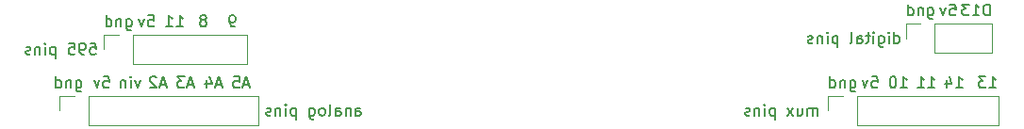
<source format=gbr>
G04 #@! TF.FileFunction,Legend,Bot*
%FSLAX46Y46*%
G04 Gerber Fmt 4.6, Leading zero omitted, Abs format (unit mm)*
G04 Created by KiCad (PCBNEW 4.0.6) date Monday, July 02, 2018 'PMt' 05:04:15 PM*
%MOMM*%
%LPD*%
G01*
G04 APERTURE LIST*
%ADD10C,0.100000*%
%ADD11C,0.200000*%
%ADD12C,0.120000*%
G04 APERTURE END LIST*
D10*
D11*
X137642857Y-203452381D02*
X137642857Y-202452381D01*
X137642857Y-203404762D02*
X137738095Y-203452381D01*
X137928572Y-203452381D01*
X138023810Y-203404762D01*
X138071429Y-203357143D01*
X138119048Y-203261905D01*
X138119048Y-202976190D01*
X138071429Y-202880952D01*
X138023810Y-202833333D01*
X137928572Y-202785714D01*
X137738095Y-202785714D01*
X137642857Y-202833333D01*
X137166667Y-203452381D02*
X137166667Y-202785714D01*
X137166667Y-202452381D02*
X137214286Y-202500000D01*
X137166667Y-202547619D01*
X137119048Y-202500000D01*
X137166667Y-202452381D01*
X137166667Y-202547619D01*
X136261905Y-202785714D02*
X136261905Y-203595238D01*
X136309524Y-203690476D01*
X136357143Y-203738095D01*
X136452382Y-203785714D01*
X136595239Y-203785714D01*
X136690477Y-203738095D01*
X136261905Y-203404762D02*
X136357143Y-203452381D01*
X136547620Y-203452381D01*
X136642858Y-203404762D01*
X136690477Y-203357143D01*
X136738096Y-203261905D01*
X136738096Y-202976190D01*
X136690477Y-202880952D01*
X136642858Y-202833333D01*
X136547620Y-202785714D01*
X136357143Y-202785714D01*
X136261905Y-202833333D01*
X135785715Y-203452381D02*
X135785715Y-202785714D01*
X135785715Y-202452381D02*
X135833334Y-202500000D01*
X135785715Y-202547619D01*
X135738096Y-202500000D01*
X135785715Y-202452381D01*
X135785715Y-202547619D01*
X135452382Y-202785714D02*
X135071430Y-202785714D01*
X135309525Y-202452381D02*
X135309525Y-203309524D01*
X135261906Y-203404762D01*
X135166668Y-203452381D01*
X135071430Y-203452381D01*
X134309524Y-203452381D02*
X134309524Y-202928571D01*
X134357143Y-202833333D01*
X134452381Y-202785714D01*
X134642858Y-202785714D01*
X134738096Y-202833333D01*
X134309524Y-203404762D02*
X134404762Y-203452381D01*
X134642858Y-203452381D01*
X134738096Y-203404762D01*
X134785715Y-203309524D01*
X134785715Y-203214286D01*
X134738096Y-203119048D01*
X134642858Y-203071429D01*
X134404762Y-203071429D01*
X134309524Y-203023810D01*
X133690477Y-203452381D02*
X133785715Y-203404762D01*
X133833334Y-203309524D01*
X133833334Y-202452381D01*
X132547619Y-202785714D02*
X132547619Y-203785714D01*
X132547619Y-202833333D02*
X132452381Y-202785714D01*
X132261904Y-202785714D01*
X132166666Y-202833333D01*
X132119047Y-202880952D01*
X132071428Y-202976190D01*
X132071428Y-203261905D01*
X132119047Y-203357143D01*
X132166666Y-203404762D01*
X132261904Y-203452381D01*
X132452381Y-203452381D01*
X132547619Y-203404762D01*
X131642857Y-203452381D02*
X131642857Y-202785714D01*
X131642857Y-202452381D02*
X131690476Y-202500000D01*
X131642857Y-202547619D01*
X131595238Y-202500000D01*
X131642857Y-202452381D01*
X131642857Y-202547619D01*
X131166667Y-202785714D02*
X131166667Y-203452381D01*
X131166667Y-202880952D02*
X131119048Y-202833333D01*
X131023810Y-202785714D01*
X130880952Y-202785714D01*
X130785714Y-202833333D01*
X130738095Y-202928571D01*
X130738095Y-203452381D01*
X130309524Y-203404762D02*
X130214286Y-203452381D01*
X130023810Y-203452381D01*
X129928571Y-203404762D01*
X129880952Y-203309524D01*
X129880952Y-203261905D01*
X129928571Y-203166667D01*
X130023810Y-203119048D01*
X130166667Y-203119048D01*
X130261905Y-203071429D01*
X130309524Y-202976190D01*
X130309524Y-202928571D01*
X130261905Y-202833333D01*
X130166667Y-202785714D01*
X130023810Y-202785714D01*
X129928571Y-202833333D01*
X146214286Y-200952381D02*
X146214286Y-199952381D01*
X145976191Y-199952381D01*
X145833333Y-200000000D01*
X145738095Y-200095238D01*
X145690476Y-200190476D01*
X145642857Y-200380952D01*
X145642857Y-200523810D01*
X145690476Y-200714286D01*
X145738095Y-200809524D01*
X145833333Y-200904762D01*
X145976191Y-200952381D01*
X146214286Y-200952381D01*
X144690476Y-200952381D02*
X145261905Y-200952381D01*
X144976191Y-200952381D02*
X144976191Y-199952381D01*
X145071429Y-200095238D01*
X145166667Y-200190476D01*
X145261905Y-200238095D01*
X144357143Y-199952381D02*
X143738095Y-199952381D01*
X144071429Y-200333333D01*
X143928571Y-200333333D01*
X143833333Y-200380952D01*
X143785714Y-200428571D01*
X143738095Y-200523810D01*
X143738095Y-200761905D01*
X143785714Y-200857143D01*
X143833333Y-200904762D01*
X143928571Y-200952381D01*
X144214286Y-200952381D01*
X144309524Y-200904762D01*
X144357143Y-200857143D01*
X142642857Y-199952381D02*
X143119048Y-199952381D01*
X143166667Y-200428571D01*
X143119048Y-200380952D01*
X143023810Y-200333333D01*
X142785714Y-200333333D01*
X142690476Y-200380952D01*
X142642857Y-200428571D01*
X142595238Y-200523810D01*
X142595238Y-200761905D01*
X142642857Y-200857143D01*
X142690476Y-200904762D01*
X142785714Y-200952381D01*
X143023810Y-200952381D01*
X143119048Y-200904762D01*
X143166667Y-200857143D01*
X142261905Y-200285714D02*
X142023810Y-200952381D01*
X141785714Y-200285714D01*
X140690476Y-200285714D02*
X140690476Y-201095238D01*
X140738095Y-201190476D01*
X140785714Y-201238095D01*
X140880953Y-201285714D01*
X141023810Y-201285714D01*
X141119048Y-201238095D01*
X140690476Y-200904762D02*
X140785714Y-200952381D01*
X140976191Y-200952381D01*
X141071429Y-200904762D01*
X141119048Y-200857143D01*
X141166667Y-200761905D01*
X141166667Y-200476190D01*
X141119048Y-200380952D01*
X141071429Y-200333333D01*
X140976191Y-200285714D01*
X140785714Y-200285714D01*
X140690476Y-200333333D01*
X140214286Y-200285714D02*
X140214286Y-200952381D01*
X140214286Y-200380952D02*
X140166667Y-200333333D01*
X140071429Y-200285714D01*
X139928571Y-200285714D01*
X139833333Y-200333333D01*
X139785714Y-200428571D01*
X139785714Y-200952381D01*
X138880952Y-200952381D02*
X138880952Y-199952381D01*
X138880952Y-200904762D02*
X138976190Y-200952381D01*
X139166667Y-200952381D01*
X139261905Y-200904762D01*
X139309524Y-200857143D01*
X139357143Y-200761905D01*
X139357143Y-200476190D01*
X139309524Y-200380952D01*
X139261905Y-200333333D01*
X139166667Y-200285714D01*
X138976190Y-200285714D01*
X138880952Y-200333333D01*
X130714286Y-209952381D02*
X130714286Y-209285714D01*
X130714286Y-209380952D02*
X130666667Y-209333333D01*
X130571429Y-209285714D01*
X130428571Y-209285714D01*
X130333333Y-209333333D01*
X130285714Y-209428571D01*
X130285714Y-209952381D01*
X130285714Y-209428571D02*
X130238095Y-209333333D01*
X130142857Y-209285714D01*
X130000000Y-209285714D01*
X129904762Y-209333333D01*
X129857143Y-209428571D01*
X129857143Y-209952381D01*
X128952381Y-209285714D02*
X128952381Y-209952381D01*
X129380953Y-209285714D02*
X129380953Y-209809524D01*
X129333334Y-209904762D01*
X129238096Y-209952381D01*
X129095238Y-209952381D01*
X129000000Y-209904762D01*
X128952381Y-209857143D01*
X128571429Y-209952381D02*
X128047619Y-209285714D01*
X128571429Y-209285714D02*
X128047619Y-209952381D01*
X126904762Y-209285714D02*
X126904762Y-210285714D01*
X126904762Y-209333333D02*
X126809524Y-209285714D01*
X126619047Y-209285714D01*
X126523809Y-209333333D01*
X126476190Y-209380952D01*
X126428571Y-209476190D01*
X126428571Y-209761905D01*
X126476190Y-209857143D01*
X126523809Y-209904762D01*
X126619047Y-209952381D01*
X126809524Y-209952381D01*
X126904762Y-209904762D01*
X126000000Y-209952381D02*
X126000000Y-209285714D01*
X126000000Y-208952381D02*
X126047619Y-209000000D01*
X126000000Y-209047619D01*
X125952381Y-209000000D01*
X126000000Y-208952381D01*
X126000000Y-209047619D01*
X125523810Y-209285714D02*
X125523810Y-209952381D01*
X125523810Y-209380952D02*
X125476191Y-209333333D01*
X125380953Y-209285714D01*
X125238095Y-209285714D01*
X125142857Y-209333333D01*
X125095238Y-209428571D01*
X125095238Y-209952381D01*
X124666667Y-209904762D02*
X124571429Y-209952381D01*
X124380953Y-209952381D01*
X124285714Y-209904762D01*
X124238095Y-209809524D01*
X124238095Y-209761905D01*
X124285714Y-209666667D01*
X124380953Y-209619048D01*
X124523810Y-209619048D01*
X124619048Y-209571429D01*
X124666667Y-209476190D01*
X124666667Y-209428571D01*
X124619048Y-209333333D01*
X124523810Y-209285714D01*
X124380953Y-209285714D01*
X124285714Y-209333333D01*
X146190476Y-207452381D02*
X146761905Y-207452381D01*
X146476191Y-207452381D02*
X146476191Y-206452381D01*
X146571429Y-206595238D01*
X146666667Y-206690476D01*
X146761905Y-206738095D01*
X145857143Y-206452381D02*
X145238095Y-206452381D01*
X145571429Y-206833333D01*
X145428571Y-206833333D01*
X145333333Y-206880952D01*
X145285714Y-206928571D01*
X145238095Y-207023810D01*
X145238095Y-207261905D01*
X145285714Y-207357143D01*
X145333333Y-207404762D01*
X145428571Y-207452381D01*
X145714286Y-207452381D01*
X145809524Y-207404762D01*
X145857143Y-207357143D01*
X143190476Y-207452381D02*
X143761905Y-207452381D01*
X143476191Y-207452381D02*
X143476191Y-206452381D01*
X143571429Y-206595238D01*
X143666667Y-206690476D01*
X143761905Y-206738095D01*
X142333333Y-206785714D02*
X142333333Y-207452381D01*
X142571429Y-206404762D02*
X142809524Y-207119048D01*
X142190476Y-207119048D01*
X140690476Y-207452381D02*
X141261905Y-207452381D01*
X140976191Y-207452381D02*
X140976191Y-206452381D01*
X141071429Y-206595238D01*
X141166667Y-206690476D01*
X141261905Y-206738095D01*
X139738095Y-207452381D02*
X140309524Y-207452381D01*
X140023810Y-207452381D02*
X140023810Y-206452381D01*
X140119048Y-206595238D01*
X140214286Y-206690476D01*
X140309524Y-206738095D01*
X138190476Y-207452381D02*
X138761905Y-207452381D01*
X138476191Y-207452381D02*
X138476191Y-206452381D01*
X138571429Y-206595238D01*
X138666667Y-206690476D01*
X138761905Y-206738095D01*
X137571429Y-206452381D02*
X137476190Y-206452381D01*
X137380952Y-206500000D01*
X137333333Y-206547619D01*
X137285714Y-206642857D01*
X137238095Y-206833333D01*
X137238095Y-207071429D01*
X137285714Y-207261905D01*
X137333333Y-207357143D01*
X137380952Y-207404762D01*
X137476190Y-207452381D01*
X137571429Y-207452381D01*
X137666667Y-207404762D01*
X137714286Y-207357143D01*
X137761905Y-207261905D01*
X137809524Y-207071429D01*
X137809524Y-206833333D01*
X137761905Y-206642857D01*
X137714286Y-206547619D01*
X137666667Y-206500000D01*
X137571429Y-206452381D01*
X135642857Y-206452381D02*
X136119048Y-206452381D01*
X136166667Y-206928571D01*
X136119048Y-206880952D01*
X136023810Y-206833333D01*
X135785714Y-206833333D01*
X135690476Y-206880952D01*
X135642857Y-206928571D01*
X135595238Y-207023810D01*
X135595238Y-207261905D01*
X135642857Y-207357143D01*
X135690476Y-207404762D01*
X135785714Y-207452381D01*
X136023810Y-207452381D01*
X136119048Y-207404762D01*
X136166667Y-207357143D01*
X135261905Y-206785714D02*
X135023810Y-207452381D01*
X134785714Y-206785714D01*
X133690476Y-206785714D02*
X133690476Y-207595238D01*
X133738095Y-207690476D01*
X133785714Y-207738095D01*
X133880953Y-207785714D01*
X134023810Y-207785714D01*
X134119048Y-207738095D01*
X133690476Y-207404762D02*
X133785714Y-207452381D01*
X133976191Y-207452381D01*
X134071429Y-207404762D01*
X134119048Y-207357143D01*
X134166667Y-207261905D01*
X134166667Y-206976190D01*
X134119048Y-206880952D01*
X134071429Y-206833333D01*
X133976191Y-206785714D01*
X133785714Y-206785714D01*
X133690476Y-206833333D01*
X133214286Y-206785714D02*
X133214286Y-207452381D01*
X133214286Y-206880952D02*
X133166667Y-206833333D01*
X133071429Y-206785714D01*
X132928571Y-206785714D01*
X132833333Y-206833333D01*
X132785714Y-206928571D01*
X132785714Y-207452381D01*
X131880952Y-207452381D02*
X131880952Y-206452381D01*
X131880952Y-207404762D02*
X131976190Y-207452381D01*
X132166667Y-207452381D01*
X132261905Y-207404762D01*
X132309524Y-207357143D01*
X132357143Y-207261905D01*
X132357143Y-206976190D01*
X132309524Y-206880952D01*
X132261905Y-206833333D01*
X132166667Y-206785714D01*
X131976190Y-206785714D01*
X131880952Y-206833333D01*
X78390476Y-201952381D02*
X78200000Y-201952381D01*
X78104761Y-201904762D01*
X78057142Y-201857143D01*
X77961904Y-201714286D01*
X77914285Y-201523810D01*
X77914285Y-201142857D01*
X77961904Y-201047619D01*
X78009523Y-201000000D01*
X78104761Y-200952381D01*
X78295238Y-200952381D01*
X78390476Y-201000000D01*
X78438095Y-201047619D01*
X78485714Y-201142857D01*
X78485714Y-201380952D01*
X78438095Y-201476190D01*
X78390476Y-201523810D01*
X78295238Y-201571429D01*
X78104761Y-201571429D01*
X78009523Y-201523810D01*
X77961904Y-201476190D01*
X77914285Y-201380952D01*
X75695238Y-201380952D02*
X75790476Y-201333333D01*
X75838095Y-201285714D01*
X75885714Y-201190476D01*
X75885714Y-201142857D01*
X75838095Y-201047619D01*
X75790476Y-201000000D01*
X75695238Y-200952381D01*
X75504761Y-200952381D01*
X75409523Y-201000000D01*
X75361904Y-201047619D01*
X75314285Y-201142857D01*
X75314285Y-201190476D01*
X75361904Y-201285714D01*
X75409523Y-201333333D01*
X75504761Y-201380952D01*
X75695238Y-201380952D01*
X75790476Y-201428571D01*
X75838095Y-201476190D01*
X75885714Y-201571429D01*
X75885714Y-201761905D01*
X75838095Y-201857143D01*
X75790476Y-201904762D01*
X75695238Y-201952381D01*
X75504761Y-201952381D01*
X75409523Y-201904762D01*
X75361904Y-201857143D01*
X75314285Y-201761905D01*
X75314285Y-201571429D01*
X75361904Y-201476190D01*
X75409523Y-201428571D01*
X75504761Y-201380952D01*
X73190476Y-201952381D02*
X73761905Y-201952381D01*
X73476191Y-201952381D02*
X73476191Y-200952381D01*
X73571429Y-201095238D01*
X73666667Y-201190476D01*
X73761905Y-201238095D01*
X72238095Y-201952381D02*
X72809524Y-201952381D01*
X72523810Y-201952381D02*
X72523810Y-200952381D01*
X72619048Y-201095238D01*
X72714286Y-201190476D01*
X72809524Y-201238095D01*
X65442857Y-203452381D02*
X65919048Y-203452381D01*
X65966667Y-203928571D01*
X65919048Y-203880952D01*
X65823810Y-203833333D01*
X65585714Y-203833333D01*
X65490476Y-203880952D01*
X65442857Y-203928571D01*
X65395238Y-204023810D01*
X65395238Y-204261905D01*
X65442857Y-204357143D01*
X65490476Y-204404762D01*
X65585714Y-204452381D01*
X65823810Y-204452381D01*
X65919048Y-204404762D01*
X65966667Y-204357143D01*
X64919048Y-204452381D02*
X64728572Y-204452381D01*
X64633333Y-204404762D01*
X64585714Y-204357143D01*
X64490476Y-204214286D01*
X64442857Y-204023810D01*
X64442857Y-203642857D01*
X64490476Y-203547619D01*
X64538095Y-203500000D01*
X64633333Y-203452381D01*
X64823810Y-203452381D01*
X64919048Y-203500000D01*
X64966667Y-203547619D01*
X65014286Y-203642857D01*
X65014286Y-203880952D01*
X64966667Y-203976190D01*
X64919048Y-204023810D01*
X64823810Y-204071429D01*
X64633333Y-204071429D01*
X64538095Y-204023810D01*
X64490476Y-203976190D01*
X64442857Y-203880952D01*
X63538095Y-203452381D02*
X64014286Y-203452381D01*
X64061905Y-203928571D01*
X64014286Y-203880952D01*
X63919048Y-203833333D01*
X63680952Y-203833333D01*
X63585714Y-203880952D01*
X63538095Y-203928571D01*
X63490476Y-204023810D01*
X63490476Y-204261905D01*
X63538095Y-204357143D01*
X63585714Y-204404762D01*
X63680952Y-204452381D01*
X63919048Y-204452381D01*
X64014286Y-204404762D01*
X64061905Y-204357143D01*
X62300000Y-203785714D02*
X62300000Y-204785714D01*
X62300000Y-203833333D02*
X62204762Y-203785714D01*
X62014285Y-203785714D01*
X61919047Y-203833333D01*
X61871428Y-203880952D01*
X61823809Y-203976190D01*
X61823809Y-204261905D01*
X61871428Y-204357143D01*
X61919047Y-204404762D01*
X62014285Y-204452381D01*
X62204762Y-204452381D01*
X62300000Y-204404762D01*
X61395238Y-204452381D02*
X61395238Y-203785714D01*
X61395238Y-203452381D02*
X61442857Y-203500000D01*
X61395238Y-203547619D01*
X61347619Y-203500000D01*
X61395238Y-203452381D01*
X61395238Y-203547619D01*
X60919048Y-203785714D02*
X60919048Y-204452381D01*
X60919048Y-203880952D02*
X60871429Y-203833333D01*
X60776191Y-203785714D01*
X60633333Y-203785714D01*
X60538095Y-203833333D01*
X60490476Y-203928571D01*
X60490476Y-204452381D01*
X60061905Y-204404762D02*
X59966667Y-204452381D01*
X59776191Y-204452381D01*
X59680952Y-204404762D01*
X59633333Y-204309524D01*
X59633333Y-204261905D01*
X59680952Y-204166667D01*
X59776191Y-204119048D01*
X59919048Y-204119048D01*
X60014286Y-204071429D01*
X60061905Y-203976190D01*
X60061905Y-203928571D01*
X60014286Y-203833333D01*
X59919048Y-203785714D01*
X59776191Y-203785714D01*
X59680952Y-203833333D01*
X89285714Y-209952381D02*
X89285714Y-209428571D01*
X89333333Y-209333333D01*
X89428571Y-209285714D01*
X89619048Y-209285714D01*
X89714286Y-209333333D01*
X89285714Y-209904762D02*
X89380952Y-209952381D01*
X89619048Y-209952381D01*
X89714286Y-209904762D01*
X89761905Y-209809524D01*
X89761905Y-209714286D01*
X89714286Y-209619048D01*
X89619048Y-209571429D01*
X89380952Y-209571429D01*
X89285714Y-209523810D01*
X88809524Y-209285714D02*
X88809524Y-209952381D01*
X88809524Y-209380952D02*
X88761905Y-209333333D01*
X88666667Y-209285714D01*
X88523809Y-209285714D01*
X88428571Y-209333333D01*
X88380952Y-209428571D01*
X88380952Y-209952381D01*
X87476190Y-209952381D02*
X87476190Y-209428571D01*
X87523809Y-209333333D01*
X87619047Y-209285714D01*
X87809524Y-209285714D01*
X87904762Y-209333333D01*
X87476190Y-209904762D02*
X87571428Y-209952381D01*
X87809524Y-209952381D01*
X87904762Y-209904762D01*
X87952381Y-209809524D01*
X87952381Y-209714286D01*
X87904762Y-209619048D01*
X87809524Y-209571429D01*
X87571428Y-209571429D01*
X87476190Y-209523810D01*
X86857143Y-209952381D02*
X86952381Y-209904762D01*
X87000000Y-209809524D01*
X87000000Y-208952381D01*
X86333333Y-209952381D02*
X86428571Y-209904762D01*
X86476190Y-209857143D01*
X86523809Y-209761905D01*
X86523809Y-209476190D01*
X86476190Y-209380952D01*
X86428571Y-209333333D01*
X86333333Y-209285714D01*
X86190475Y-209285714D01*
X86095237Y-209333333D01*
X86047618Y-209380952D01*
X85999999Y-209476190D01*
X85999999Y-209761905D01*
X86047618Y-209857143D01*
X86095237Y-209904762D01*
X86190475Y-209952381D01*
X86333333Y-209952381D01*
X85142856Y-209285714D02*
X85142856Y-210095238D01*
X85190475Y-210190476D01*
X85238094Y-210238095D01*
X85333333Y-210285714D01*
X85476190Y-210285714D01*
X85571428Y-210238095D01*
X85142856Y-209904762D02*
X85238094Y-209952381D01*
X85428571Y-209952381D01*
X85523809Y-209904762D01*
X85571428Y-209857143D01*
X85619047Y-209761905D01*
X85619047Y-209476190D01*
X85571428Y-209380952D01*
X85523809Y-209333333D01*
X85428571Y-209285714D01*
X85238094Y-209285714D01*
X85142856Y-209333333D01*
X83904761Y-209285714D02*
X83904761Y-210285714D01*
X83904761Y-209333333D02*
X83809523Y-209285714D01*
X83619046Y-209285714D01*
X83523808Y-209333333D01*
X83476189Y-209380952D01*
X83428570Y-209476190D01*
X83428570Y-209761905D01*
X83476189Y-209857143D01*
X83523808Y-209904762D01*
X83619046Y-209952381D01*
X83809523Y-209952381D01*
X83904761Y-209904762D01*
X82999999Y-209952381D02*
X82999999Y-209285714D01*
X82999999Y-208952381D02*
X83047618Y-209000000D01*
X82999999Y-209047619D01*
X82952380Y-209000000D01*
X82999999Y-208952381D01*
X82999999Y-209047619D01*
X82523809Y-209285714D02*
X82523809Y-209952381D01*
X82523809Y-209380952D02*
X82476190Y-209333333D01*
X82380952Y-209285714D01*
X82238094Y-209285714D01*
X82142856Y-209333333D01*
X82095237Y-209428571D01*
X82095237Y-209952381D01*
X81666666Y-209904762D02*
X81571428Y-209952381D01*
X81380952Y-209952381D01*
X81285713Y-209904762D01*
X81238094Y-209809524D01*
X81238094Y-209761905D01*
X81285713Y-209666667D01*
X81380952Y-209619048D01*
X81523809Y-209619048D01*
X81619047Y-209571429D01*
X81666666Y-209476190D01*
X81666666Y-209428571D01*
X81619047Y-209333333D01*
X81523809Y-209285714D01*
X81380952Y-209285714D01*
X81285713Y-209333333D01*
X70642857Y-200952381D02*
X71119048Y-200952381D01*
X71166667Y-201428571D01*
X71119048Y-201380952D01*
X71023810Y-201333333D01*
X70785714Y-201333333D01*
X70690476Y-201380952D01*
X70642857Y-201428571D01*
X70595238Y-201523810D01*
X70595238Y-201761905D01*
X70642857Y-201857143D01*
X70690476Y-201904762D01*
X70785714Y-201952381D01*
X71023810Y-201952381D01*
X71119048Y-201904762D01*
X71166667Y-201857143D01*
X70261905Y-201285714D02*
X70023810Y-201952381D01*
X69785714Y-201285714D01*
X68690476Y-201285714D02*
X68690476Y-202095238D01*
X68738095Y-202190476D01*
X68785714Y-202238095D01*
X68880953Y-202285714D01*
X69023810Y-202285714D01*
X69119048Y-202238095D01*
X68690476Y-201904762D02*
X68785714Y-201952381D01*
X68976191Y-201952381D01*
X69071429Y-201904762D01*
X69119048Y-201857143D01*
X69166667Y-201761905D01*
X69166667Y-201476190D01*
X69119048Y-201380952D01*
X69071429Y-201333333D01*
X68976191Y-201285714D01*
X68785714Y-201285714D01*
X68690476Y-201333333D01*
X68214286Y-201285714D02*
X68214286Y-201952381D01*
X68214286Y-201380952D02*
X68166667Y-201333333D01*
X68071429Y-201285714D01*
X67928571Y-201285714D01*
X67833333Y-201333333D01*
X67785714Y-201428571D01*
X67785714Y-201952381D01*
X66880952Y-201952381D02*
X66880952Y-200952381D01*
X66880952Y-201904762D02*
X66976190Y-201952381D01*
X67166667Y-201952381D01*
X67261905Y-201904762D01*
X67309524Y-201857143D01*
X67357143Y-201761905D01*
X67357143Y-201476190D01*
X67309524Y-201380952D01*
X67261905Y-201333333D01*
X67166667Y-201285714D01*
X66976190Y-201285714D01*
X66880952Y-201333333D01*
X79714286Y-207166667D02*
X79238095Y-207166667D01*
X79809524Y-207452381D02*
X79476191Y-206452381D01*
X79142857Y-207452381D01*
X78333333Y-206452381D02*
X78809524Y-206452381D01*
X78857143Y-206928571D01*
X78809524Y-206880952D01*
X78714286Y-206833333D01*
X78476190Y-206833333D01*
X78380952Y-206880952D01*
X78333333Y-206928571D01*
X78285714Y-207023810D01*
X78285714Y-207261905D01*
X78333333Y-207357143D01*
X78380952Y-207404762D01*
X78476190Y-207452381D01*
X78714286Y-207452381D01*
X78809524Y-207404762D01*
X78857143Y-207357143D01*
X77214286Y-207166667D02*
X76738095Y-207166667D01*
X77309524Y-207452381D02*
X76976191Y-206452381D01*
X76642857Y-207452381D01*
X75880952Y-206785714D02*
X75880952Y-207452381D01*
X76119048Y-206404762D02*
X76357143Y-207119048D01*
X75738095Y-207119048D01*
X74714286Y-207166667D02*
X74238095Y-207166667D01*
X74809524Y-207452381D02*
X74476191Y-206452381D01*
X74142857Y-207452381D01*
X73904762Y-206452381D02*
X73285714Y-206452381D01*
X73619048Y-206833333D01*
X73476190Y-206833333D01*
X73380952Y-206880952D01*
X73333333Y-206928571D01*
X73285714Y-207023810D01*
X73285714Y-207261905D01*
X73333333Y-207357143D01*
X73380952Y-207404762D01*
X73476190Y-207452381D01*
X73761905Y-207452381D01*
X73857143Y-207404762D01*
X73904762Y-207357143D01*
X72214286Y-207166667D02*
X71738095Y-207166667D01*
X72309524Y-207452381D02*
X71976191Y-206452381D01*
X71642857Y-207452381D01*
X71357143Y-206547619D02*
X71309524Y-206500000D01*
X71214286Y-206452381D01*
X70976190Y-206452381D01*
X70880952Y-206500000D01*
X70833333Y-206547619D01*
X70785714Y-206642857D01*
X70785714Y-206738095D01*
X70833333Y-206880952D01*
X71404762Y-207452381D01*
X70785714Y-207452381D01*
X69928571Y-206785714D02*
X69690476Y-207452381D01*
X69452380Y-206785714D01*
X69071428Y-207452381D02*
X69071428Y-206785714D01*
X69071428Y-206452381D02*
X69119047Y-206500000D01*
X69071428Y-206547619D01*
X69023809Y-206500000D01*
X69071428Y-206452381D01*
X69071428Y-206547619D01*
X68595238Y-206785714D02*
X68595238Y-207452381D01*
X68595238Y-206880952D02*
X68547619Y-206833333D01*
X68452381Y-206785714D01*
X68309523Y-206785714D01*
X68214285Y-206833333D01*
X68166666Y-206928571D01*
X68166666Y-207452381D01*
X66642857Y-206452381D02*
X67119048Y-206452381D01*
X67166667Y-206928571D01*
X67119048Y-206880952D01*
X67023810Y-206833333D01*
X66785714Y-206833333D01*
X66690476Y-206880952D01*
X66642857Y-206928571D01*
X66595238Y-207023810D01*
X66595238Y-207261905D01*
X66642857Y-207357143D01*
X66690476Y-207404762D01*
X66785714Y-207452381D01*
X67023810Y-207452381D01*
X67119048Y-207404762D01*
X67166667Y-207357143D01*
X66261905Y-206785714D02*
X66023810Y-207452381D01*
X65785714Y-206785714D01*
X64190476Y-206785714D02*
X64190476Y-207595238D01*
X64238095Y-207690476D01*
X64285714Y-207738095D01*
X64380953Y-207785714D01*
X64523810Y-207785714D01*
X64619048Y-207738095D01*
X64190476Y-207404762D02*
X64285714Y-207452381D01*
X64476191Y-207452381D01*
X64571429Y-207404762D01*
X64619048Y-207357143D01*
X64666667Y-207261905D01*
X64666667Y-206976190D01*
X64619048Y-206880952D01*
X64571429Y-206833333D01*
X64476191Y-206785714D01*
X64285714Y-206785714D01*
X64190476Y-206833333D01*
X63714286Y-206785714D02*
X63714286Y-207452381D01*
X63714286Y-206880952D02*
X63666667Y-206833333D01*
X63571429Y-206785714D01*
X63428571Y-206785714D01*
X63333333Y-206833333D01*
X63285714Y-206928571D01*
X63285714Y-207452381D01*
X62380952Y-207452381D02*
X62380952Y-206452381D01*
X62380952Y-207404762D02*
X62476190Y-207452381D01*
X62666667Y-207452381D01*
X62761905Y-207404762D01*
X62809524Y-207357143D01*
X62857143Y-207261905D01*
X62857143Y-206976190D01*
X62809524Y-206880952D01*
X62761905Y-206833333D01*
X62666667Y-206785714D01*
X62476190Y-206785714D01*
X62380952Y-206833333D01*
D12*
X79490000Y-202670000D02*
X79490000Y-205330000D01*
X69270000Y-202670000D02*
X79490000Y-202670000D01*
X69270000Y-205330000D02*
X79490000Y-205330000D01*
X69270000Y-202670000D02*
X69270000Y-205330000D01*
X68000000Y-202670000D02*
X66670000Y-202670000D01*
X66670000Y-202670000D02*
X66670000Y-204000000D01*
X147030000Y-208170000D02*
X147030000Y-210830000D01*
X134270000Y-208170000D02*
X147030000Y-208170000D01*
X134270000Y-210830000D02*
X147030000Y-210830000D01*
X134270000Y-208170000D02*
X134270000Y-210830000D01*
X133000000Y-208170000D02*
X131670000Y-208170000D01*
X131670000Y-208170000D02*
X131670000Y-209500000D01*
X80570000Y-208170000D02*
X80570000Y-210830000D01*
X65270000Y-208170000D02*
X80570000Y-208170000D01*
X65270000Y-210830000D02*
X80570000Y-210830000D01*
X65270000Y-208170000D02*
X65270000Y-210830000D01*
X64000000Y-208170000D02*
X62670000Y-208170000D01*
X62670000Y-208170000D02*
X62670000Y-209500000D01*
X146410000Y-201670000D02*
X146410000Y-204330000D01*
X141270000Y-201670000D02*
X146410000Y-201670000D01*
X141270000Y-204330000D02*
X146410000Y-204330000D01*
X141270000Y-201670000D02*
X141270000Y-204330000D01*
X140000000Y-201670000D02*
X138670000Y-201670000D01*
X138670000Y-201670000D02*
X138670000Y-203000000D01*
M02*

</source>
